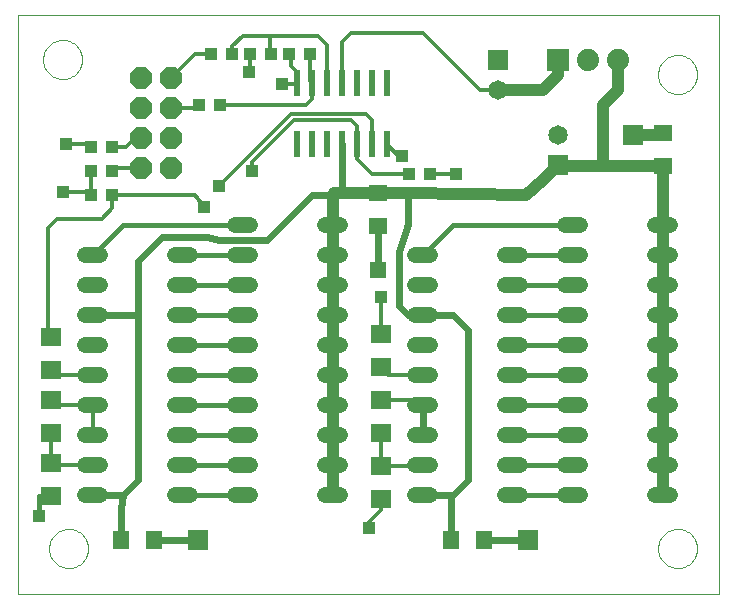
<source format=gtl>
G75*
%MOIN*%
%OFA0B0*%
%FSLAX24Y24*%
%IPPOS*%
%LPD*%
%AMOC8*
5,1,8,0,0,1.08239X$1,22.5*
%
%ADD10C,0.0000*%
%ADD11R,0.0709X0.0630*%
%ADD12C,0.0520*%
%ADD13R,0.0236X0.0866*%
%ADD14R,0.0740X0.0740*%
%ADD15C,0.0740*%
%ADD16OC8,0.0740*%
%ADD17R,0.0630X0.0551*%
%ADD18R,0.0551X0.0630*%
%ADD19C,0.0650*%
%ADD20R,0.0650X0.0650*%
%ADD21R,0.0433X0.0394*%
%ADD22C,0.0400*%
%ADD23R,0.0709X0.0709*%
%ADD24C,0.0240*%
%ADD25R,0.0531X0.0531*%
%ADD26C,0.0120*%
%ADD27R,0.0396X0.0396*%
%ADD28C,0.0160*%
D10*
X000100Y000180D02*
X000100Y019476D01*
X023470Y019476D01*
X023470Y000180D01*
X000100Y000180D01*
X001150Y001680D02*
X001152Y001730D01*
X001158Y001780D01*
X001168Y001830D01*
X001181Y001878D01*
X001198Y001926D01*
X001219Y001972D01*
X001243Y002016D01*
X001271Y002058D01*
X001302Y002098D01*
X001336Y002135D01*
X001373Y002170D01*
X001412Y002201D01*
X001453Y002230D01*
X001497Y002255D01*
X001543Y002277D01*
X001590Y002295D01*
X001638Y002309D01*
X001687Y002320D01*
X001737Y002327D01*
X001787Y002330D01*
X001838Y002329D01*
X001888Y002324D01*
X001938Y002315D01*
X001986Y002303D01*
X002034Y002286D01*
X002080Y002266D01*
X002125Y002243D01*
X002168Y002216D01*
X002208Y002186D01*
X002246Y002153D01*
X002281Y002117D01*
X002314Y002078D01*
X002343Y002037D01*
X002369Y001994D01*
X002392Y001949D01*
X002411Y001902D01*
X002426Y001854D01*
X002438Y001805D01*
X002446Y001755D01*
X002450Y001705D01*
X002450Y001655D01*
X002446Y001605D01*
X002438Y001555D01*
X002426Y001506D01*
X002411Y001458D01*
X002392Y001411D01*
X002369Y001366D01*
X002343Y001323D01*
X002314Y001282D01*
X002281Y001243D01*
X002246Y001207D01*
X002208Y001174D01*
X002168Y001144D01*
X002125Y001117D01*
X002080Y001094D01*
X002034Y001074D01*
X001986Y001057D01*
X001938Y001045D01*
X001888Y001036D01*
X001838Y001031D01*
X001787Y001030D01*
X001737Y001033D01*
X001687Y001040D01*
X001638Y001051D01*
X001590Y001065D01*
X001543Y001083D01*
X001497Y001105D01*
X001453Y001130D01*
X001412Y001159D01*
X001373Y001190D01*
X001336Y001225D01*
X001302Y001262D01*
X001271Y001302D01*
X001243Y001344D01*
X001219Y001388D01*
X001198Y001434D01*
X001181Y001482D01*
X001168Y001530D01*
X001158Y001580D01*
X001152Y001630D01*
X001150Y001680D01*
X000950Y017980D02*
X000952Y018030D01*
X000958Y018080D01*
X000968Y018130D01*
X000981Y018178D01*
X000998Y018226D01*
X001019Y018272D01*
X001043Y018316D01*
X001071Y018358D01*
X001102Y018398D01*
X001136Y018435D01*
X001173Y018470D01*
X001212Y018501D01*
X001253Y018530D01*
X001297Y018555D01*
X001343Y018577D01*
X001390Y018595D01*
X001438Y018609D01*
X001487Y018620D01*
X001537Y018627D01*
X001587Y018630D01*
X001638Y018629D01*
X001688Y018624D01*
X001738Y018615D01*
X001786Y018603D01*
X001834Y018586D01*
X001880Y018566D01*
X001925Y018543D01*
X001968Y018516D01*
X002008Y018486D01*
X002046Y018453D01*
X002081Y018417D01*
X002114Y018378D01*
X002143Y018337D01*
X002169Y018294D01*
X002192Y018249D01*
X002211Y018202D01*
X002226Y018154D01*
X002238Y018105D01*
X002246Y018055D01*
X002250Y018005D01*
X002250Y017955D01*
X002246Y017905D01*
X002238Y017855D01*
X002226Y017806D01*
X002211Y017758D01*
X002192Y017711D01*
X002169Y017666D01*
X002143Y017623D01*
X002114Y017582D01*
X002081Y017543D01*
X002046Y017507D01*
X002008Y017474D01*
X001968Y017444D01*
X001925Y017417D01*
X001880Y017394D01*
X001834Y017374D01*
X001786Y017357D01*
X001738Y017345D01*
X001688Y017336D01*
X001638Y017331D01*
X001587Y017330D01*
X001537Y017333D01*
X001487Y017340D01*
X001438Y017351D01*
X001390Y017365D01*
X001343Y017383D01*
X001297Y017405D01*
X001253Y017430D01*
X001212Y017459D01*
X001173Y017490D01*
X001136Y017525D01*
X001102Y017562D01*
X001071Y017602D01*
X001043Y017644D01*
X001019Y017688D01*
X000998Y017734D01*
X000981Y017782D01*
X000968Y017830D01*
X000958Y017880D01*
X000952Y017930D01*
X000950Y017980D01*
X021450Y017480D02*
X021452Y017530D01*
X021458Y017580D01*
X021468Y017630D01*
X021481Y017678D01*
X021498Y017726D01*
X021519Y017772D01*
X021543Y017816D01*
X021571Y017858D01*
X021602Y017898D01*
X021636Y017935D01*
X021673Y017970D01*
X021712Y018001D01*
X021753Y018030D01*
X021797Y018055D01*
X021843Y018077D01*
X021890Y018095D01*
X021938Y018109D01*
X021987Y018120D01*
X022037Y018127D01*
X022087Y018130D01*
X022138Y018129D01*
X022188Y018124D01*
X022238Y018115D01*
X022286Y018103D01*
X022334Y018086D01*
X022380Y018066D01*
X022425Y018043D01*
X022468Y018016D01*
X022508Y017986D01*
X022546Y017953D01*
X022581Y017917D01*
X022614Y017878D01*
X022643Y017837D01*
X022669Y017794D01*
X022692Y017749D01*
X022711Y017702D01*
X022726Y017654D01*
X022738Y017605D01*
X022746Y017555D01*
X022750Y017505D01*
X022750Y017455D01*
X022746Y017405D01*
X022738Y017355D01*
X022726Y017306D01*
X022711Y017258D01*
X022692Y017211D01*
X022669Y017166D01*
X022643Y017123D01*
X022614Y017082D01*
X022581Y017043D01*
X022546Y017007D01*
X022508Y016974D01*
X022468Y016944D01*
X022425Y016917D01*
X022380Y016894D01*
X022334Y016874D01*
X022286Y016857D01*
X022238Y016845D01*
X022188Y016836D01*
X022138Y016831D01*
X022087Y016830D01*
X022037Y016833D01*
X021987Y016840D01*
X021938Y016851D01*
X021890Y016865D01*
X021843Y016883D01*
X021797Y016905D01*
X021753Y016930D01*
X021712Y016959D01*
X021673Y016990D01*
X021636Y017025D01*
X021602Y017062D01*
X021571Y017102D01*
X021543Y017144D01*
X021519Y017188D01*
X021498Y017234D01*
X021481Y017282D01*
X021468Y017330D01*
X021458Y017380D01*
X021452Y017430D01*
X021450Y017480D01*
X021450Y001680D02*
X021452Y001730D01*
X021458Y001780D01*
X021468Y001830D01*
X021481Y001878D01*
X021498Y001926D01*
X021519Y001972D01*
X021543Y002016D01*
X021571Y002058D01*
X021602Y002098D01*
X021636Y002135D01*
X021673Y002170D01*
X021712Y002201D01*
X021753Y002230D01*
X021797Y002255D01*
X021843Y002277D01*
X021890Y002295D01*
X021938Y002309D01*
X021987Y002320D01*
X022037Y002327D01*
X022087Y002330D01*
X022138Y002329D01*
X022188Y002324D01*
X022238Y002315D01*
X022286Y002303D01*
X022334Y002286D01*
X022380Y002266D01*
X022425Y002243D01*
X022468Y002216D01*
X022508Y002186D01*
X022546Y002153D01*
X022581Y002117D01*
X022614Y002078D01*
X022643Y002037D01*
X022669Y001994D01*
X022692Y001949D01*
X022711Y001902D01*
X022726Y001854D01*
X022738Y001805D01*
X022746Y001755D01*
X022750Y001705D01*
X022750Y001655D01*
X022746Y001605D01*
X022738Y001555D01*
X022726Y001506D01*
X022711Y001458D01*
X022692Y001411D01*
X022669Y001366D01*
X022643Y001323D01*
X022614Y001282D01*
X022581Y001243D01*
X022546Y001207D01*
X022508Y001174D01*
X022468Y001144D01*
X022425Y001117D01*
X022380Y001094D01*
X022334Y001074D01*
X022286Y001057D01*
X022238Y001045D01*
X022188Y001036D01*
X022138Y001031D01*
X022087Y001030D01*
X022037Y001033D01*
X021987Y001040D01*
X021938Y001051D01*
X021890Y001065D01*
X021843Y001083D01*
X021797Y001105D01*
X021753Y001130D01*
X021712Y001159D01*
X021673Y001190D01*
X021636Y001225D01*
X021602Y001262D01*
X021571Y001302D01*
X021543Y001344D01*
X021519Y001388D01*
X021498Y001434D01*
X021481Y001482D01*
X021468Y001530D01*
X021458Y001580D01*
X021452Y001630D01*
X021450Y001680D01*
D11*
X012200Y003329D03*
X012200Y004431D03*
X012200Y005529D03*
X012200Y006631D03*
X012200Y007729D03*
X012200Y008831D03*
X001200Y008731D03*
X001200Y007629D03*
X001200Y006631D03*
X001200Y005529D03*
X001200Y004531D03*
X001200Y003429D03*
D12*
X002340Y003480D02*
X002860Y003480D01*
X002860Y004480D02*
X002340Y004480D01*
X002340Y005480D02*
X002860Y005480D01*
X002860Y006480D02*
X002340Y006480D01*
X002340Y007480D02*
X002860Y007480D01*
X002860Y008480D02*
X002340Y008480D01*
X002340Y009480D02*
X002860Y009480D01*
X002860Y010480D02*
X002340Y010480D01*
X002340Y011480D02*
X002860Y011480D01*
X005340Y011480D02*
X005860Y011480D01*
X005860Y010480D02*
X005340Y010480D01*
X005340Y009480D02*
X005860Y009480D01*
X005860Y008480D02*
X005340Y008480D01*
X005340Y007480D02*
X005860Y007480D01*
X005860Y006480D02*
X005340Y006480D01*
X005340Y005480D02*
X005860Y005480D01*
X005860Y004480D02*
X005340Y004480D01*
X005340Y003480D02*
X005860Y003480D01*
X007340Y003480D02*
X007860Y003480D01*
X007860Y004480D02*
X007340Y004480D01*
X007340Y005480D02*
X007860Y005480D01*
X007860Y006480D02*
X007340Y006480D01*
X007340Y007480D02*
X007860Y007480D01*
X007860Y008480D02*
X007340Y008480D01*
X007340Y009480D02*
X007860Y009480D01*
X007860Y010480D02*
X007340Y010480D01*
X007340Y011480D02*
X007860Y011480D01*
X007860Y012480D02*
X007340Y012480D01*
X010340Y012480D02*
X010860Y012480D01*
X010860Y011480D02*
X010340Y011480D01*
X010340Y010480D02*
X010860Y010480D01*
X010860Y009480D02*
X010340Y009480D01*
X010340Y008480D02*
X010860Y008480D01*
X010860Y007480D02*
X010340Y007480D01*
X010340Y006480D02*
X010860Y006480D01*
X010860Y005480D02*
X010340Y005480D01*
X010340Y004480D02*
X010860Y004480D01*
X010860Y003480D02*
X010340Y003480D01*
X013340Y003480D02*
X013860Y003480D01*
X013860Y004480D02*
X013340Y004480D01*
X013340Y005480D02*
X013860Y005480D01*
X013860Y006480D02*
X013340Y006480D01*
X013340Y007480D02*
X013860Y007480D01*
X013860Y008480D02*
X013340Y008480D01*
X013340Y009480D02*
X013860Y009480D01*
X013860Y010480D02*
X013340Y010480D01*
X013340Y011480D02*
X013860Y011480D01*
X016340Y011480D02*
X016860Y011480D01*
X016860Y010480D02*
X016340Y010480D01*
X016340Y009480D02*
X016860Y009480D01*
X016860Y008480D02*
X016340Y008480D01*
X016340Y007480D02*
X016860Y007480D01*
X016860Y006480D02*
X016340Y006480D01*
X016340Y005480D02*
X016860Y005480D01*
X016860Y004480D02*
X016340Y004480D01*
X016340Y003480D02*
X016860Y003480D01*
X018340Y003480D02*
X018860Y003480D01*
X018860Y004480D02*
X018340Y004480D01*
X018340Y005480D02*
X018860Y005480D01*
X018860Y006480D02*
X018340Y006480D01*
X018340Y007480D02*
X018860Y007480D01*
X018860Y008480D02*
X018340Y008480D01*
X018340Y009480D02*
X018860Y009480D01*
X018860Y010480D02*
X018340Y010480D01*
X018340Y011480D02*
X018860Y011480D01*
X018860Y012480D02*
X018340Y012480D01*
X021340Y012480D02*
X021860Y012480D01*
X021860Y011480D02*
X021340Y011480D01*
X021340Y010480D02*
X021860Y010480D01*
X021860Y009480D02*
X021340Y009480D01*
X021340Y008480D02*
X021860Y008480D01*
X021860Y007480D02*
X021340Y007480D01*
X021340Y006480D02*
X021860Y006480D01*
X021860Y005480D02*
X021340Y005480D01*
X021340Y004480D02*
X021860Y004480D01*
X021860Y003480D02*
X021340Y003480D01*
D13*
X012400Y015156D03*
X011900Y015156D03*
X011400Y015156D03*
X010900Y015156D03*
X010400Y015156D03*
X009900Y015156D03*
X009400Y015156D03*
X009400Y017204D03*
X009900Y017204D03*
X010400Y017204D03*
X010900Y017204D03*
X011400Y017204D03*
X011900Y017204D03*
X012400Y017204D03*
D14*
X018100Y017980D03*
D15*
X019100Y017980D03*
X020100Y017980D03*
D16*
X005200Y017380D03*
X005200Y016380D03*
X005200Y015380D03*
X005200Y014380D03*
X004200Y014380D03*
X004200Y015380D03*
X004200Y016380D03*
X004200Y017380D03*
D17*
X012100Y013531D03*
X012100Y012429D03*
X021600Y014429D03*
X021600Y015531D03*
D18*
X015651Y001980D03*
X014549Y001980D03*
X004651Y001980D03*
X003549Y001980D03*
D19*
X018100Y015480D03*
X016100Y016980D03*
D20*
X016100Y017980D03*
X018100Y014480D03*
D21*
X013835Y014180D03*
X013165Y014180D03*
X009835Y018180D03*
X009165Y018180D03*
X008535Y018180D03*
X007865Y018180D03*
X007235Y018180D03*
X006565Y018180D03*
X006835Y016480D03*
X006165Y016480D03*
X003235Y015080D03*
X002565Y015080D03*
X002565Y014280D03*
X003235Y014280D03*
X003235Y013480D03*
X002565Y013480D03*
D22*
X010600Y013480D02*
X010600Y013380D01*
X010600Y012480D01*
X010600Y011480D01*
X010600Y010480D01*
X010600Y009480D01*
X010600Y008480D01*
X010600Y007480D01*
X010600Y006480D01*
X010600Y005480D01*
X010600Y004480D01*
X010600Y003480D01*
X010600Y012480D02*
X010651Y012531D01*
X010600Y013480D02*
X010651Y013531D01*
X012100Y013531D01*
X013111Y013521D01*
X017049Y013480D01*
X017600Y013980D01*
X018100Y014480D01*
X018151Y014429D01*
X019600Y014429D01*
X019600Y016480D01*
X020100Y016980D01*
X020100Y017980D01*
X018100Y017980D02*
X018100Y017480D01*
X017600Y016980D01*
X016100Y016980D01*
X019600Y014429D02*
X021600Y014429D01*
X021600Y012480D01*
X021600Y011480D01*
X021600Y010480D01*
X021600Y009480D01*
X021600Y008480D01*
X021600Y007480D01*
X021600Y006480D01*
X021600Y005480D01*
X021600Y004480D01*
X021600Y003480D01*
X021600Y015480D02*
X020600Y015480D01*
X021600Y015480D02*
X021600Y015531D01*
D23*
X020600Y015480D03*
X017100Y001980D03*
X006100Y001980D03*
D24*
X004651Y001980D01*
X003549Y001980D02*
X003549Y003031D01*
X003600Y003480D01*
X004100Y003980D01*
X004100Y009480D01*
X004100Y011280D01*
X004900Y012080D01*
X006400Y012080D01*
X006800Y011980D01*
X008400Y011980D01*
X009900Y013480D01*
X010500Y013480D01*
X010600Y013380D01*
X010600Y013480D02*
X010900Y013580D01*
X010900Y015156D01*
X013111Y013521D02*
X013111Y012491D01*
X012800Y011580D01*
X012800Y009780D01*
X013100Y009480D01*
X013600Y009480D01*
X014600Y009480D01*
X015100Y008980D01*
X015100Y003980D01*
X014600Y003480D01*
X014549Y003429D01*
X014549Y001980D01*
X015651Y001980D02*
X017100Y001980D01*
X014600Y003480D02*
X013600Y003480D01*
X013600Y005480D02*
X013600Y006480D01*
X012100Y010980D02*
X012100Y012429D01*
X004100Y009480D02*
X002600Y009480D01*
X002600Y003480D02*
X003600Y003480D01*
D25*
X012100Y010980D03*
D26*
X012200Y010080D02*
X012200Y008831D01*
X012200Y007729D02*
X012449Y007480D01*
X013600Y007480D01*
X013449Y006631D02*
X013600Y006480D01*
X013449Y006631D02*
X012200Y006631D01*
X012200Y005529D02*
X012200Y004431D01*
X013551Y004431D01*
X013600Y004480D01*
X012200Y003329D02*
X012200Y002980D01*
X011800Y002580D01*
X011800Y002380D01*
X002600Y004480D02*
X001251Y004480D01*
X001200Y004531D01*
X001200Y005529D01*
X001351Y006480D02*
X001200Y006631D01*
X001351Y006480D02*
X002600Y006480D01*
X002600Y005480D01*
X002600Y007480D02*
X001349Y007480D01*
X001200Y007629D01*
X001200Y008731D02*
X001100Y008831D01*
X001100Y012380D01*
X001400Y012680D01*
X002900Y012680D01*
X003235Y013015D01*
X003235Y013480D01*
X006000Y013480D01*
X006300Y013080D01*
X006800Y013780D02*
X009200Y016180D01*
X011700Y016180D01*
X011900Y015980D01*
X011900Y015156D01*
X011400Y015156D02*
X011400Y015780D01*
X011200Y015980D01*
X009300Y015980D01*
X007900Y014580D01*
X007900Y014280D01*
X006065Y016380D02*
X005200Y016380D01*
X006065Y016380D02*
X006165Y016480D01*
X006835Y016480D02*
X009700Y016480D01*
X009900Y016680D01*
X009900Y017204D01*
X009835Y017269D01*
X009835Y018180D01*
X009200Y018145D02*
X009200Y017780D01*
X009400Y017580D01*
X009400Y017204D01*
X009376Y017180D01*
X008900Y017180D01*
X007865Y017645D02*
X007800Y017580D01*
X007865Y017645D02*
X007865Y018180D01*
X007235Y018180D02*
X007235Y018415D01*
X007600Y018780D01*
X008500Y018780D01*
X010100Y018780D01*
X010400Y018480D01*
X010400Y017204D01*
X010900Y017204D02*
X010900Y018580D01*
X011200Y018880D01*
X013600Y018880D01*
X015500Y016980D01*
X016100Y016980D01*
X014700Y014180D02*
X013835Y014180D01*
X013165Y014180D02*
X011900Y014180D01*
X011400Y014680D01*
X011400Y015156D01*
X012400Y015156D02*
X012776Y014780D01*
X012900Y014780D01*
X009200Y018145D02*
X009165Y018180D01*
X008535Y018180D02*
X008500Y018215D01*
X008500Y018780D01*
X006565Y018180D02*
X006000Y018180D01*
X005200Y017380D01*
X004200Y015380D02*
X004000Y015380D01*
X003700Y015080D01*
X003235Y015080D01*
X002565Y015080D02*
X002465Y015180D01*
X001700Y015180D01*
X002565Y014280D02*
X002565Y013480D01*
X002465Y013580D01*
X001600Y013580D01*
X003235Y014280D02*
X003335Y014380D01*
X004200Y014380D01*
D27*
X006300Y013080D03*
X006800Y013780D03*
X007900Y014280D03*
X008900Y017180D03*
X007800Y017580D03*
X012900Y014780D03*
X014700Y014180D03*
X012200Y010080D03*
X011800Y002380D03*
X000800Y002780D03*
X001600Y013580D03*
X001700Y015180D03*
D28*
X003600Y012480D02*
X002600Y011480D01*
X003600Y012480D02*
X007600Y012480D01*
X007600Y011480D02*
X005600Y011480D01*
X005600Y010480D02*
X007600Y010480D01*
X007600Y009480D02*
X005600Y009480D01*
X005600Y008480D02*
X007600Y008480D01*
X007600Y007480D02*
X005600Y007480D01*
X005600Y006480D02*
X007600Y006480D01*
X007600Y005480D02*
X005600Y005480D01*
X005600Y004480D02*
X007600Y004480D01*
X007600Y003480D02*
X005600Y003480D01*
X001200Y003429D02*
X000800Y003429D01*
X000800Y002780D01*
X013600Y011480D02*
X014600Y012480D01*
X018600Y012480D01*
X018600Y011480D02*
X016600Y011480D01*
X016600Y010480D02*
X018600Y010480D01*
X018600Y009480D02*
X016600Y009480D01*
X016600Y008480D02*
X018600Y008480D01*
X018600Y007480D02*
X016600Y007480D01*
X016600Y006480D02*
X018600Y006480D01*
X018600Y005480D02*
X016600Y005480D01*
X016600Y004480D02*
X018600Y004480D01*
X018600Y003480D02*
X016600Y003480D01*
M02*

</source>
